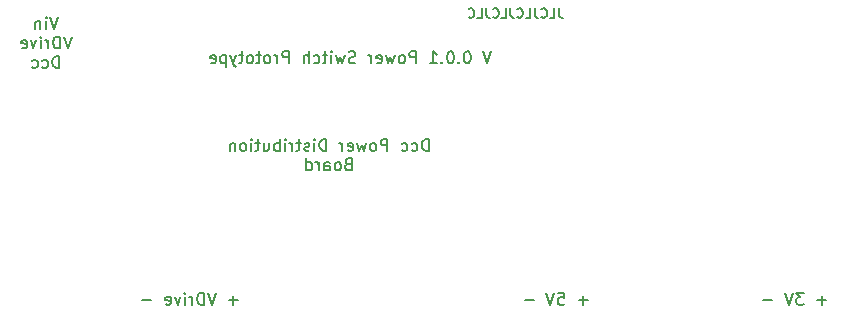
<source format=gbr>
%TF.GenerationSoftware,KiCad,Pcbnew,5.1.10-88a1d61d58~90~ubuntu21.04.1*%
%TF.CreationDate,2021-07-30T10:57:06+02:00*%
%TF.ProjectId,DccDecoder,44636344-6563-46f6-9465-722e6b696361,rev?*%
%TF.SameCoordinates,Original*%
%TF.FileFunction,Legend,Bot*%
%TF.FilePolarity,Positive*%
%FSLAX46Y46*%
G04 Gerber Fmt 4.6, Leading zero omitted, Abs format (unit mm)*
G04 Created by KiCad (PCBNEW 5.1.10-88a1d61d58~90~ubuntu21.04.1) date 2021-07-30 10:57:06*
%MOMM*%
%LPD*%
G01*
G04 APERTURE LIST*
%ADD10C,0.150000*%
G04 APERTURE END LIST*
D10*
X72866666Y-60271428D02*
X72104761Y-60271428D01*
X72485714Y-60652380D02*
X72485714Y-59890476D01*
X70390476Y-59652380D02*
X70866666Y-59652380D01*
X70914285Y-60128571D01*
X70866666Y-60080952D01*
X70771428Y-60033333D01*
X70533333Y-60033333D01*
X70438095Y-60080952D01*
X70390476Y-60128571D01*
X70342857Y-60223809D01*
X70342857Y-60461904D01*
X70390476Y-60557142D01*
X70438095Y-60604761D01*
X70533333Y-60652380D01*
X70771428Y-60652380D01*
X70866666Y-60604761D01*
X70914285Y-60557142D01*
X70057142Y-59652380D02*
X69723809Y-60652380D01*
X69390476Y-59652380D01*
X68295238Y-60271428D02*
X67533333Y-60271428D01*
X70445238Y-35561904D02*
X70445238Y-36133333D01*
X70483333Y-36247619D01*
X70559523Y-36323809D01*
X70673809Y-36361904D01*
X70750000Y-36361904D01*
X69683333Y-36361904D02*
X70064285Y-36361904D01*
X70064285Y-35561904D01*
X68959523Y-36285714D02*
X68997619Y-36323809D01*
X69111904Y-36361904D01*
X69188095Y-36361904D01*
X69302380Y-36323809D01*
X69378571Y-36247619D01*
X69416666Y-36171428D01*
X69454761Y-36019047D01*
X69454761Y-35904761D01*
X69416666Y-35752380D01*
X69378571Y-35676190D01*
X69302380Y-35600000D01*
X69188095Y-35561904D01*
X69111904Y-35561904D01*
X68997619Y-35600000D01*
X68959523Y-35638095D01*
X68388095Y-35561904D02*
X68388095Y-36133333D01*
X68426190Y-36247619D01*
X68502380Y-36323809D01*
X68616666Y-36361904D01*
X68692857Y-36361904D01*
X67626190Y-36361904D02*
X68007142Y-36361904D01*
X68007142Y-35561904D01*
X66902380Y-36285714D02*
X66940476Y-36323809D01*
X67054761Y-36361904D01*
X67130952Y-36361904D01*
X67245238Y-36323809D01*
X67321428Y-36247619D01*
X67359523Y-36171428D01*
X67397619Y-36019047D01*
X67397619Y-35904761D01*
X67359523Y-35752380D01*
X67321428Y-35676190D01*
X67245238Y-35600000D01*
X67130952Y-35561904D01*
X67054761Y-35561904D01*
X66940476Y-35600000D01*
X66902380Y-35638095D01*
X66330952Y-35561904D02*
X66330952Y-36133333D01*
X66369047Y-36247619D01*
X66445238Y-36323809D01*
X66559523Y-36361904D01*
X66635714Y-36361904D01*
X65569047Y-36361904D02*
X65950000Y-36361904D01*
X65950000Y-35561904D01*
X64845238Y-36285714D02*
X64883333Y-36323809D01*
X64997619Y-36361904D01*
X65073809Y-36361904D01*
X65188095Y-36323809D01*
X65264285Y-36247619D01*
X65302380Y-36171428D01*
X65340476Y-36019047D01*
X65340476Y-35904761D01*
X65302380Y-35752380D01*
X65264285Y-35676190D01*
X65188095Y-35600000D01*
X65073809Y-35561904D01*
X64997619Y-35561904D01*
X64883333Y-35600000D01*
X64845238Y-35638095D01*
X64273809Y-35561904D02*
X64273809Y-36133333D01*
X64311904Y-36247619D01*
X64388095Y-36323809D01*
X64502380Y-36361904D01*
X64578571Y-36361904D01*
X63511904Y-36361904D02*
X63892857Y-36361904D01*
X63892857Y-35561904D01*
X62788095Y-36285714D02*
X62826190Y-36323809D01*
X62940476Y-36361904D01*
X63016666Y-36361904D01*
X63130952Y-36323809D01*
X63207142Y-36247619D01*
X63245238Y-36171428D01*
X63283333Y-36019047D01*
X63283333Y-35904761D01*
X63245238Y-35752380D01*
X63207142Y-35676190D01*
X63130952Y-35600000D01*
X63016666Y-35561904D01*
X62940476Y-35561904D01*
X62826190Y-35600000D01*
X62788095Y-35638095D01*
X28023809Y-36302380D02*
X27690476Y-37302380D01*
X27357142Y-36302380D01*
X27023809Y-37302380D02*
X27023809Y-36635714D01*
X27023809Y-36302380D02*
X27071428Y-36350000D01*
X27023809Y-36397619D01*
X26976190Y-36350000D01*
X27023809Y-36302380D01*
X27023809Y-36397619D01*
X26547619Y-36635714D02*
X26547619Y-37302380D01*
X26547619Y-36730952D02*
X26500000Y-36683333D01*
X26404761Y-36635714D01*
X26261904Y-36635714D01*
X26166666Y-36683333D01*
X26119047Y-36778571D01*
X26119047Y-37302380D01*
X29190476Y-37952380D02*
X28857142Y-38952380D01*
X28523809Y-37952380D01*
X28190476Y-38952380D02*
X28190476Y-37952380D01*
X27952380Y-37952380D01*
X27809523Y-38000000D01*
X27714285Y-38095238D01*
X27666666Y-38190476D01*
X27619047Y-38380952D01*
X27619047Y-38523809D01*
X27666666Y-38714285D01*
X27714285Y-38809523D01*
X27809523Y-38904761D01*
X27952380Y-38952380D01*
X28190476Y-38952380D01*
X27190476Y-38952380D02*
X27190476Y-38285714D01*
X27190476Y-38476190D02*
X27142857Y-38380952D01*
X27095238Y-38333333D01*
X27000000Y-38285714D01*
X26904761Y-38285714D01*
X26571428Y-38952380D02*
X26571428Y-38285714D01*
X26571428Y-37952380D02*
X26619047Y-38000000D01*
X26571428Y-38047619D01*
X26523809Y-38000000D01*
X26571428Y-37952380D01*
X26571428Y-38047619D01*
X26190476Y-38285714D02*
X25952380Y-38952380D01*
X25714285Y-38285714D01*
X24952380Y-38904761D02*
X25047619Y-38952380D01*
X25238095Y-38952380D01*
X25333333Y-38904761D01*
X25380952Y-38809523D01*
X25380952Y-38428571D01*
X25333333Y-38333333D01*
X25238095Y-38285714D01*
X25047619Y-38285714D01*
X24952380Y-38333333D01*
X24904761Y-38428571D01*
X24904761Y-38523809D01*
X25380952Y-38619047D01*
X28119047Y-40602380D02*
X28119047Y-39602380D01*
X27880952Y-39602380D01*
X27738095Y-39650000D01*
X27642857Y-39745238D01*
X27595238Y-39840476D01*
X27547619Y-40030952D01*
X27547619Y-40173809D01*
X27595238Y-40364285D01*
X27642857Y-40459523D01*
X27738095Y-40554761D01*
X27880952Y-40602380D01*
X28119047Y-40602380D01*
X26690476Y-40554761D02*
X26785714Y-40602380D01*
X26976190Y-40602380D01*
X27071428Y-40554761D01*
X27119047Y-40507142D01*
X27166666Y-40411904D01*
X27166666Y-40126190D01*
X27119047Y-40030952D01*
X27071428Y-39983333D01*
X26976190Y-39935714D01*
X26785714Y-39935714D01*
X26690476Y-39983333D01*
X25833333Y-40554761D02*
X25928571Y-40602380D01*
X26119047Y-40602380D01*
X26214285Y-40554761D01*
X26261904Y-40507142D01*
X26309523Y-40411904D01*
X26309523Y-40126190D01*
X26261904Y-40030952D01*
X26214285Y-39983333D01*
X26119047Y-39935714D01*
X25928571Y-39935714D01*
X25833333Y-39983333D01*
X93066666Y-60271428D02*
X92304761Y-60271428D01*
X92685714Y-60652380D02*
X92685714Y-59890476D01*
X91161904Y-59652380D02*
X90542857Y-59652380D01*
X90876190Y-60033333D01*
X90733333Y-60033333D01*
X90638095Y-60080952D01*
X90590476Y-60128571D01*
X90542857Y-60223809D01*
X90542857Y-60461904D01*
X90590476Y-60557142D01*
X90638095Y-60604761D01*
X90733333Y-60652380D01*
X91019047Y-60652380D01*
X91114285Y-60604761D01*
X91161904Y-60557142D01*
X90257142Y-59652380D02*
X89923809Y-60652380D01*
X89590476Y-59652380D01*
X88495238Y-60271428D02*
X87733333Y-60271428D01*
X43247619Y-60271428D02*
X42485714Y-60271428D01*
X42866666Y-60652380D02*
X42866666Y-59890476D01*
X41390476Y-59652380D02*
X41057142Y-60652380D01*
X40723809Y-59652380D01*
X40390476Y-60652380D02*
X40390476Y-59652380D01*
X40152380Y-59652380D01*
X40009523Y-59700000D01*
X39914285Y-59795238D01*
X39866666Y-59890476D01*
X39819047Y-60080952D01*
X39819047Y-60223809D01*
X39866666Y-60414285D01*
X39914285Y-60509523D01*
X40009523Y-60604761D01*
X40152380Y-60652380D01*
X40390476Y-60652380D01*
X39390476Y-60652380D02*
X39390476Y-59985714D01*
X39390476Y-60176190D02*
X39342857Y-60080952D01*
X39295238Y-60033333D01*
X39200000Y-59985714D01*
X39104761Y-59985714D01*
X38771428Y-60652380D02*
X38771428Y-59985714D01*
X38771428Y-59652380D02*
X38819047Y-59700000D01*
X38771428Y-59747619D01*
X38723809Y-59700000D01*
X38771428Y-59652380D01*
X38771428Y-59747619D01*
X38390476Y-59985714D02*
X38152380Y-60652380D01*
X37914285Y-59985714D01*
X37152380Y-60604761D02*
X37247619Y-60652380D01*
X37438095Y-60652380D01*
X37533333Y-60604761D01*
X37580952Y-60509523D01*
X37580952Y-60128571D01*
X37533333Y-60033333D01*
X37438095Y-59985714D01*
X37247619Y-59985714D01*
X37152380Y-60033333D01*
X37104761Y-60128571D01*
X37104761Y-60223809D01*
X37580952Y-60319047D01*
X35914285Y-60271428D02*
X35152380Y-60271428D01*
X64678571Y-39202380D02*
X64345238Y-40202380D01*
X64011904Y-39202380D01*
X62726190Y-39202380D02*
X62630952Y-39202380D01*
X62535714Y-39250000D01*
X62488095Y-39297619D01*
X62440476Y-39392857D01*
X62392857Y-39583333D01*
X62392857Y-39821428D01*
X62440476Y-40011904D01*
X62488095Y-40107142D01*
X62535714Y-40154761D01*
X62630952Y-40202380D01*
X62726190Y-40202380D01*
X62821428Y-40154761D01*
X62869047Y-40107142D01*
X62916666Y-40011904D01*
X62964285Y-39821428D01*
X62964285Y-39583333D01*
X62916666Y-39392857D01*
X62869047Y-39297619D01*
X62821428Y-39250000D01*
X62726190Y-39202380D01*
X61964285Y-40107142D02*
X61916666Y-40154761D01*
X61964285Y-40202380D01*
X62011904Y-40154761D01*
X61964285Y-40107142D01*
X61964285Y-40202380D01*
X61297619Y-39202380D02*
X61202380Y-39202380D01*
X61107142Y-39250000D01*
X61059523Y-39297619D01*
X61011904Y-39392857D01*
X60964285Y-39583333D01*
X60964285Y-39821428D01*
X61011904Y-40011904D01*
X61059523Y-40107142D01*
X61107142Y-40154761D01*
X61202380Y-40202380D01*
X61297619Y-40202380D01*
X61392857Y-40154761D01*
X61440476Y-40107142D01*
X61488095Y-40011904D01*
X61535714Y-39821428D01*
X61535714Y-39583333D01*
X61488095Y-39392857D01*
X61440476Y-39297619D01*
X61392857Y-39250000D01*
X61297619Y-39202380D01*
X60535714Y-40107142D02*
X60488095Y-40154761D01*
X60535714Y-40202380D01*
X60583333Y-40154761D01*
X60535714Y-40107142D01*
X60535714Y-40202380D01*
X59535714Y-40202380D02*
X60107142Y-40202380D01*
X59821428Y-40202380D02*
X59821428Y-39202380D01*
X59916666Y-39345238D01*
X60011904Y-39440476D01*
X60107142Y-39488095D01*
X58345238Y-40202380D02*
X58345238Y-39202380D01*
X57964285Y-39202380D01*
X57869047Y-39250000D01*
X57821428Y-39297619D01*
X57773809Y-39392857D01*
X57773809Y-39535714D01*
X57821428Y-39630952D01*
X57869047Y-39678571D01*
X57964285Y-39726190D01*
X58345238Y-39726190D01*
X57202380Y-40202380D02*
X57297619Y-40154761D01*
X57345238Y-40107142D01*
X57392857Y-40011904D01*
X57392857Y-39726190D01*
X57345238Y-39630952D01*
X57297619Y-39583333D01*
X57202380Y-39535714D01*
X57059523Y-39535714D01*
X56964285Y-39583333D01*
X56916666Y-39630952D01*
X56869047Y-39726190D01*
X56869047Y-40011904D01*
X56916666Y-40107142D01*
X56964285Y-40154761D01*
X57059523Y-40202380D01*
X57202380Y-40202380D01*
X56535714Y-39535714D02*
X56345238Y-40202380D01*
X56154761Y-39726190D01*
X55964285Y-40202380D01*
X55773809Y-39535714D01*
X55011904Y-40154761D02*
X55107142Y-40202380D01*
X55297619Y-40202380D01*
X55392857Y-40154761D01*
X55440476Y-40059523D01*
X55440476Y-39678571D01*
X55392857Y-39583333D01*
X55297619Y-39535714D01*
X55107142Y-39535714D01*
X55011904Y-39583333D01*
X54964285Y-39678571D01*
X54964285Y-39773809D01*
X55440476Y-39869047D01*
X54535714Y-40202380D02*
X54535714Y-39535714D01*
X54535714Y-39726190D02*
X54488095Y-39630952D01*
X54440476Y-39583333D01*
X54345238Y-39535714D01*
X54250000Y-39535714D01*
X53202380Y-40154761D02*
X53059523Y-40202380D01*
X52821428Y-40202380D01*
X52726190Y-40154761D01*
X52678571Y-40107142D01*
X52630952Y-40011904D01*
X52630952Y-39916666D01*
X52678571Y-39821428D01*
X52726190Y-39773809D01*
X52821428Y-39726190D01*
X53011904Y-39678571D01*
X53107142Y-39630952D01*
X53154761Y-39583333D01*
X53202380Y-39488095D01*
X53202380Y-39392857D01*
X53154761Y-39297619D01*
X53107142Y-39250000D01*
X53011904Y-39202380D01*
X52773809Y-39202380D01*
X52630952Y-39250000D01*
X52297619Y-39535714D02*
X52107142Y-40202380D01*
X51916666Y-39726190D01*
X51726190Y-40202380D01*
X51535714Y-39535714D01*
X51154761Y-40202380D02*
X51154761Y-39535714D01*
X51154761Y-39202380D02*
X51202380Y-39250000D01*
X51154761Y-39297619D01*
X51107142Y-39250000D01*
X51154761Y-39202380D01*
X51154761Y-39297619D01*
X50821428Y-39535714D02*
X50440476Y-39535714D01*
X50678571Y-39202380D02*
X50678571Y-40059523D01*
X50630952Y-40154761D01*
X50535714Y-40202380D01*
X50440476Y-40202380D01*
X49678571Y-40154761D02*
X49773809Y-40202380D01*
X49964285Y-40202380D01*
X50059523Y-40154761D01*
X50107142Y-40107142D01*
X50154761Y-40011904D01*
X50154761Y-39726190D01*
X50107142Y-39630952D01*
X50059523Y-39583333D01*
X49964285Y-39535714D01*
X49773809Y-39535714D01*
X49678571Y-39583333D01*
X49250000Y-40202380D02*
X49250000Y-39202380D01*
X48821428Y-40202380D02*
X48821428Y-39678571D01*
X48869047Y-39583333D01*
X48964285Y-39535714D01*
X49107142Y-39535714D01*
X49202380Y-39583333D01*
X49250000Y-39630952D01*
X47583333Y-40202380D02*
X47583333Y-39202380D01*
X47202380Y-39202380D01*
X47107142Y-39250000D01*
X47059523Y-39297619D01*
X47011904Y-39392857D01*
X47011904Y-39535714D01*
X47059523Y-39630952D01*
X47107142Y-39678571D01*
X47202380Y-39726190D01*
X47583333Y-39726190D01*
X46583333Y-40202380D02*
X46583333Y-39535714D01*
X46583333Y-39726190D02*
X46535714Y-39630952D01*
X46488095Y-39583333D01*
X46392857Y-39535714D01*
X46297619Y-39535714D01*
X45821428Y-40202380D02*
X45916666Y-40154761D01*
X45964285Y-40107142D01*
X46011904Y-40011904D01*
X46011904Y-39726190D01*
X45964285Y-39630952D01*
X45916666Y-39583333D01*
X45821428Y-39535714D01*
X45678571Y-39535714D01*
X45583333Y-39583333D01*
X45535714Y-39630952D01*
X45488095Y-39726190D01*
X45488095Y-40011904D01*
X45535714Y-40107142D01*
X45583333Y-40154761D01*
X45678571Y-40202380D01*
X45821428Y-40202380D01*
X45202380Y-39535714D02*
X44821428Y-39535714D01*
X45059523Y-39202380D02*
X45059523Y-40059523D01*
X45011904Y-40154761D01*
X44916666Y-40202380D01*
X44821428Y-40202380D01*
X44345238Y-40202380D02*
X44440476Y-40154761D01*
X44488095Y-40107142D01*
X44535714Y-40011904D01*
X44535714Y-39726190D01*
X44488095Y-39630952D01*
X44440476Y-39583333D01*
X44345238Y-39535714D01*
X44202380Y-39535714D01*
X44107142Y-39583333D01*
X44059523Y-39630952D01*
X44011904Y-39726190D01*
X44011904Y-40011904D01*
X44059523Y-40107142D01*
X44107142Y-40154761D01*
X44202380Y-40202380D01*
X44345238Y-40202380D01*
X43726190Y-39535714D02*
X43345238Y-39535714D01*
X43583333Y-39202380D02*
X43583333Y-40059523D01*
X43535714Y-40154761D01*
X43440476Y-40202380D01*
X43345238Y-40202380D01*
X43107142Y-39535714D02*
X42869047Y-40202380D01*
X42630952Y-39535714D02*
X42869047Y-40202380D01*
X42964285Y-40440476D01*
X43011904Y-40488095D01*
X43107142Y-40535714D01*
X42250000Y-39535714D02*
X42250000Y-40535714D01*
X42250000Y-39583333D02*
X42154761Y-39535714D01*
X41964285Y-39535714D01*
X41869047Y-39583333D01*
X41821428Y-39630952D01*
X41773809Y-39726190D01*
X41773809Y-40011904D01*
X41821428Y-40107142D01*
X41869047Y-40154761D01*
X41964285Y-40202380D01*
X42154761Y-40202380D01*
X42250000Y-40154761D01*
X40964285Y-40154761D02*
X41059523Y-40202380D01*
X41250000Y-40202380D01*
X41345238Y-40154761D01*
X41392857Y-40059523D01*
X41392857Y-39678571D01*
X41345238Y-39583333D01*
X41250000Y-39535714D01*
X41059523Y-39535714D01*
X40964285Y-39583333D01*
X40916666Y-39678571D01*
X40916666Y-39773809D01*
X41392857Y-39869047D01*
X59404761Y-47627380D02*
X59404761Y-46627380D01*
X59166666Y-46627380D01*
X59023809Y-46675000D01*
X58928571Y-46770238D01*
X58880952Y-46865476D01*
X58833333Y-47055952D01*
X58833333Y-47198809D01*
X58880952Y-47389285D01*
X58928571Y-47484523D01*
X59023809Y-47579761D01*
X59166666Y-47627380D01*
X59404761Y-47627380D01*
X57976190Y-47579761D02*
X58071428Y-47627380D01*
X58261904Y-47627380D01*
X58357142Y-47579761D01*
X58404761Y-47532142D01*
X58452380Y-47436904D01*
X58452380Y-47151190D01*
X58404761Y-47055952D01*
X58357142Y-47008333D01*
X58261904Y-46960714D01*
X58071428Y-46960714D01*
X57976190Y-47008333D01*
X57119047Y-47579761D02*
X57214285Y-47627380D01*
X57404761Y-47627380D01*
X57500000Y-47579761D01*
X57547619Y-47532142D01*
X57595238Y-47436904D01*
X57595238Y-47151190D01*
X57547619Y-47055952D01*
X57500000Y-47008333D01*
X57404761Y-46960714D01*
X57214285Y-46960714D01*
X57119047Y-47008333D01*
X55928571Y-47627380D02*
X55928571Y-46627380D01*
X55547619Y-46627380D01*
X55452380Y-46675000D01*
X55404761Y-46722619D01*
X55357142Y-46817857D01*
X55357142Y-46960714D01*
X55404761Y-47055952D01*
X55452380Y-47103571D01*
X55547619Y-47151190D01*
X55928571Y-47151190D01*
X54785714Y-47627380D02*
X54880952Y-47579761D01*
X54928571Y-47532142D01*
X54976190Y-47436904D01*
X54976190Y-47151190D01*
X54928571Y-47055952D01*
X54880952Y-47008333D01*
X54785714Y-46960714D01*
X54642857Y-46960714D01*
X54547619Y-47008333D01*
X54500000Y-47055952D01*
X54452380Y-47151190D01*
X54452380Y-47436904D01*
X54500000Y-47532142D01*
X54547619Y-47579761D01*
X54642857Y-47627380D01*
X54785714Y-47627380D01*
X54119047Y-46960714D02*
X53928571Y-47627380D01*
X53738095Y-47151190D01*
X53547619Y-47627380D01*
X53357142Y-46960714D01*
X52595238Y-47579761D02*
X52690476Y-47627380D01*
X52880952Y-47627380D01*
X52976190Y-47579761D01*
X53023809Y-47484523D01*
X53023809Y-47103571D01*
X52976190Y-47008333D01*
X52880952Y-46960714D01*
X52690476Y-46960714D01*
X52595238Y-47008333D01*
X52547619Y-47103571D01*
X52547619Y-47198809D01*
X53023809Y-47294047D01*
X52119047Y-47627380D02*
X52119047Y-46960714D01*
X52119047Y-47151190D02*
X52071428Y-47055952D01*
X52023809Y-47008333D01*
X51928571Y-46960714D01*
X51833333Y-46960714D01*
X50738095Y-47627380D02*
X50738095Y-46627380D01*
X50500000Y-46627380D01*
X50357142Y-46675000D01*
X50261904Y-46770238D01*
X50214285Y-46865476D01*
X50166666Y-47055952D01*
X50166666Y-47198809D01*
X50214285Y-47389285D01*
X50261904Y-47484523D01*
X50357142Y-47579761D01*
X50500000Y-47627380D01*
X50738095Y-47627380D01*
X49738095Y-47627380D02*
X49738095Y-46960714D01*
X49738095Y-46627380D02*
X49785714Y-46675000D01*
X49738095Y-46722619D01*
X49690476Y-46675000D01*
X49738095Y-46627380D01*
X49738095Y-46722619D01*
X49309523Y-47579761D02*
X49214285Y-47627380D01*
X49023809Y-47627380D01*
X48928571Y-47579761D01*
X48880952Y-47484523D01*
X48880952Y-47436904D01*
X48928571Y-47341666D01*
X49023809Y-47294047D01*
X49166666Y-47294047D01*
X49261904Y-47246428D01*
X49309523Y-47151190D01*
X49309523Y-47103571D01*
X49261904Y-47008333D01*
X49166666Y-46960714D01*
X49023809Y-46960714D01*
X48928571Y-47008333D01*
X48595238Y-46960714D02*
X48214285Y-46960714D01*
X48452380Y-46627380D02*
X48452380Y-47484523D01*
X48404761Y-47579761D01*
X48309523Y-47627380D01*
X48214285Y-47627380D01*
X47880952Y-47627380D02*
X47880952Y-46960714D01*
X47880952Y-47151190D02*
X47833333Y-47055952D01*
X47785714Y-47008333D01*
X47690476Y-46960714D01*
X47595238Y-46960714D01*
X47261904Y-47627380D02*
X47261904Y-46960714D01*
X47261904Y-46627380D02*
X47309523Y-46675000D01*
X47261904Y-46722619D01*
X47214285Y-46675000D01*
X47261904Y-46627380D01*
X47261904Y-46722619D01*
X46785714Y-47627380D02*
X46785714Y-46627380D01*
X46785714Y-47008333D02*
X46690476Y-46960714D01*
X46500000Y-46960714D01*
X46404761Y-47008333D01*
X46357142Y-47055952D01*
X46309523Y-47151190D01*
X46309523Y-47436904D01*
X46357142Y-47532142D01*
X46404761Y-47579761D01*
X46500000Y-47627380D01*
X46690476Y-47627380D01*
X46785714Y-47579761D01*
X45452380Y-46960714D02*
X45452380Y-47627380D01*
X45880952Y-46960714D02*
X45880952Y-47484523D01*
X45833333Y-47579761D01*
X45738095Y-47627380D01*
X45595238Y-47627380D01*
X45500000Y-47579761D01*
X45452380Y-47532142D01*
X45119047Y-46960714D02*
X44738095Y-46960714D01*
X44976190Y-46627380D02*
X44976190Y-47484523D01*
X44928571Y-47579761D01*
X44833333Y-47627380D01*
X44738095Y-47627380D01*
X44404761Y-47627380D02*
X44404761Y-46960714D01*
X44404761Y-46627380D02*
X44452380Y-46675000D01*
X44404761Y-46722619D01*
X44357142Y-46675000D01*
X44404761Y-46627380D01*
X44404761Y-46722619D01*
X43785714Y-47627380D02*
X43880952Y-47579761D01*
X43928571Y-47532142D01*
X43976190Y-47436904D01*
X43976190Y-47151190D01*
X43928571Y-47055952D01*
X43880952Y-47008333D01*
X43785714Y-46960714D01*
X43642857Y-46960714D01*
X43547619Y-47008333D01*
X43500000Y-47055952D01*
X43452380Y-47151190D01*
X43452380Y-47436904D01*
X43500000Y-47532142D01*
X43547619Y-47579761D01*
X43642857Y-47627380D01*
X43785714Y-47627380D01*
X43023809Y-46960714D02*
X43023809Y-47627380D01*
X43023809Y-47055952D02*
X42976190Y-47008333D01*
X42880952Y-46960714D01*
X42738095Y-46960714D01*
X42642857Y-47008333D01*
X42595238Y-47103571D01*
X42595238Y-47627380D01*
X52595238Y-48753571D02*
X52452380Y-48801190D01*
X52404761Y-48848809D01*
X52357142Y-48944047D01*
X52357142Y-49086904D01*
X52404761Y-49182142D01*
X52452380Y-49229761D01*
X52547619Y-49277380D01*
X52928571Y-49277380D01*
X52928571Y-48277380D01*
X52595238Y-48277380D01*
X52500000Y-48325000D01*
X52452380Y-48372619D01*
X52404761Y-48467857D01*
X52404761Y-48563095D01*
X52452380Y-48658333D01*
X52500000Y-48705952D01*
X52595238Y-48753571D01*
X52928571Y-48753571D01*
X51785714Y-49277380D02*
X51880952Y-49229761D01*
X51928571Y-49182142D01*
X51976190Y-49086904D01*
X51976190Y-48801190D01*
X51928571Y-48705952D01*
X51880952Y-48658333D01*
X51785714Y-48610714D01*
X51642857Y-48610714D01*
X51547619Y-48658333D01*
X51500000Y-48705952D01*
X51452380Y-48801190D01*
X51452380Y-49086904D01*
X51500000Y-49182142D01*
X51547619Y-49229761D01*
X51642857Y-49277380D01*
X51785714Y-49277380D01*
X50595238Y-49277380D02*
X50595238Y-48753571D01*
X50642857Y-48658333D01*
X50738095Y-48610714D01*
X50928571Y-48610714D01*
X51023809Y-48658333D01*
X50595238Y-49229761D02*
X50690476Y-49277380D01*
X50928571Y-49277380D01*
X51023809Y-49229761D01*
X51071428Y-49134523D01*
X51071428Y-49039285D01*
X51023809Y-48944047D01*
X50928571Y-48896428D01*
X50690476Y-48896428D01*
X50595238Y-48848809D01*
X50119047Y-49277380D02*
X50119047Y-48610714D01*
X50119047Y-48801190D02*
X50071428Y-48705952D01*
X50023809Y-48658333D01*
X49928571Y-48610714D01*
X49833333Y-48610714D01*
X49071428Y-49277380D02*
X49071428Y-48277380D01*
X49071428Y-49229761D02*
X49166666Y-49277380D01*
X49357142Y-49277380D01*
X49452380Y-49229761D01*
X49500000Y-49182142D01*
X49547619Y-49086904D01*
X49547619Y-48801190D01*
X49500000Y-48705952D01*
X49452380Y-48658333D01*
X49357142Y-48610714D01*
X49166666Y-48610714D01*
X49071428Y-48658333D01*
M02*

</source>
